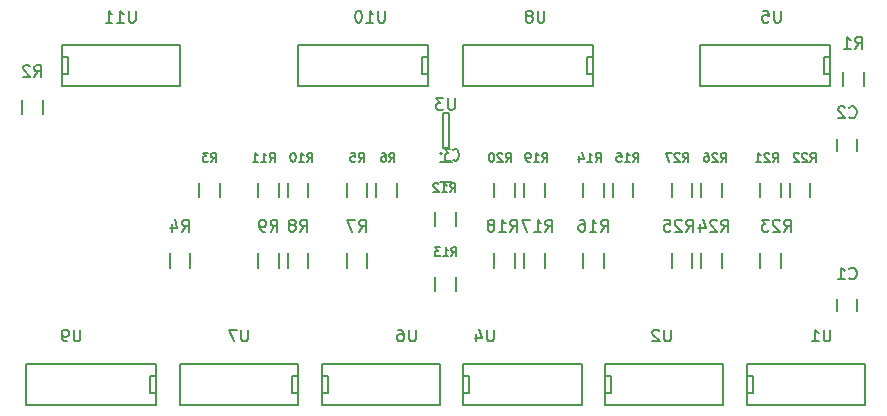
<source format=gbo>
G04 #@! TF.FileFunction,Legend,Bot*
%FSLAX46Y46*%
G04 Gerber Fmt 4.6, Leading zero omitted, Abs format (unit mm)*
G04 Created by KiCad (PCBNEW 4.0.4-1.fc25-product) date Thu Mar 23 23:17:18 2017*
%MOMM*%
%LPD*%
G01*
G04 APERTURE LIST*
%ADD10C,0.100000*%
%ADD11C,0.150000*%
G04 APERTURE END LIST*
D10*
D11*
X143375000Y-99600000D02*
X143375000Y-98400000D01*
X141625000Y-98400000D02*
X141625000Y-99600000D01*
X141625000Y-92400000D02*
X141625000Y-93600000D01*
X143375000Y-93600000D02*
X143375000Y-92400000D01*
X181000000Y-110250000D02*
X181000000Y-108750000D01*
X180500000Y-110250000D02*
X181000000Y-110250000D01*
X180500000Y-108750000D02*
X181000000Y-108750000D01*
X180500000Y-111250000D02*
X180500000Y-107750000D01*
X190500000Y-107750000D02*
X190500000Y-111250000D01*
X180500000Y-111250000D02*
X190500000Y-111250000D01*
X180500000Y-107750000D02*
X190500000Y-107750000D01*
X123000000Y-83250000D02*
X123000000Y-81750000D01*
X122500000Y-83250000D02*
X123000000Y-83250000D01*
X122500000Y-81750000D02*
X123000000Y-81750000D01*
X122500000Y-84250000D02*
X122500000Y-80750000D01*
X132500000Y-80750000D02*
X132500000Y-84250000D01*
X122500000Y-84250000D02*
X132500000Y-84250000D01*
X122500000Y-80750000D02*
X132500000Y-80750000D01*
X167000000Y-81750000D02*
X167000000Y-83250000D01*
X167500000Y-81750000D02*
X167000000Y-81750000D01*
X167500000Y-83250000D02*
X167000000Y-83250000D01*
X167500000Y-80750000D02*
X167500000Y-84250000D01*
X156500000Y-84250000D02*
X156500000Y-80750000D01*
X167500000Y-80750000D02*
X156500000Y-80750000D01*
X167500000Y-84250000D02*
X156500000Y-84250000D01*
X154500000Y-90650000D02*
X155500000Y-90650000D01*
X155500000Y-92350000D02*
X154500000Y-92350000D01*
X188625000Y-83000000D02*
X188625000Y-84200000D01*
X190375000Y-84200000D02*
X190375000Y-83000000D01*
X120875000Y-86600000D02*
X120875000Y-85400000D01*
X119125000Y-85400000D02*
X119125000Y-86600000D01*
X134125000Y-92400000D02*
X134125000Y-93600000D01*
X135875000Y-93600000D02*
X135875000Y-92400000D01*
X133375000Y-99600000D02*
X133375000Y-98400000D01*
X131625000Y-98400000D02*
X131625000Y-99600000D01*
X146625000Y-92400000D02*
X146625000Y-93600000D01*
X148375000Y-93600000D02*
X148375000Y-92400000D01*
X149125000Y-92400000D02*
X149125000Y-93600000D01*
X150875000Y-93600000D02*
X150875000Y-92400000D01*
X148375000Y-99600000D02*
X148375000Y-98400000D01*
X146625000Y-98400000D02*
X146625000Y-99600000D01*
X140875000Y-99600000D02*
X140875000Y-98400000D01*
X139125000Y-98400000D02*
X139125000Y-99600000D01*
X139125000Y-92400000D02*
X139125000Y-93600000D01*
X140875000Y-93600000D02*
X140875000Y-92400000D01*
X155875000Y-96100000D02*
X155875000Y-94900000D01*
X154125000Y-94900000D02*
X154125000Y-96100000D01*
X155875000Y-101600000D02*
X155875000Y-100400000D01*
X154125000Y-100400000D02*
X154125000Y-101600000D01*
X166625000Y-92400000D02*
X166625000Y-93600000D01*
X168375000Y-93600000D02*
X168375000Y-92400000D01*
X169125000Y-92400000D02*
X169125000Y-93600000D01*
X170875000Y-93600000D02*
X170875000Y-92400000D01*
X168375000Y-99600000D02*
X168375000Y-98400000D01*
X166625000Y-98400000D02*
X166625000Y-99600000D01*
X163375000Y-99600000D02*
X163375000Y-98400000D01*
X161625000Y-98400000D02*
X161625000Y-99600000D01*
X160875000Y-99600000D02*
X160875000Y-98400000D01*
X159125000Y-98400000D02*
X159125000Y-99600000D01*
X161625000Y-92400000D02*
X161625000Y-93600000D01*
X163375000Y-93600000D02*
X163375000Y-92400000D01*
X159125000Y-92400000D02*
X159125000Y-93600000D01*
X160875000Y-93600000D02*
X160875000Y-92400000D01*
X181625000Y-92400000D02*
X181625000Y-93600000D01*
X183375000Y-93600000D02*
X183375000Y-92400000D01*
X184125000Y-92400000D02*
X184125000Y-93600000D01*
X185875000Y-93600000D02*
X185875000Y-92400000D01*
X183375000Y-99600000D02*
X183375000Y-98400000D01*
X181625000Y-98400000D02*
X181625000Y-99600000D01*
X178375000Y-99600000D02*
X178375000Y-98400000D01*
X176625000Y-98400000D02*
X176625000Y-99600000D01*
X175875000Y-99600000D02*
X175875000Y-98400000D01*
X174125000Y-98400000D02*
X174125000Y-99600000D01*
X176625000Y-92400000D02*
X176625000Y-93600000D01*
X178375000Y-93600000D02*
X178375000Y-92400000D01*
X174125000Y-92400000D02*
X174125000Y-93600000D01*
X175875000Y-93600000D02*
X175875000Y-92400000D01*
X169000000Y-110250000D02*
X169000000Y-108750000D01*
X168500000Y-110250000D02*
X169000000Y-110250000D01*
X168500000Y-108750000D02*
X169000000Y-108750000D01*
X168500000Y-111250000D02*
X168500000Y-107750000D01*
X178500000Y-107750000D02*
X178500000Y-111250000D01*
X168500000Y-111250000D02*
X178500000Y-111250000D01*
X168500000Y-107750000D02*
X178500000Y-107750000D01*
X154700000Y-89950000D02*
G75*
G03X154700000Y-89950000I-100000J0D01*
G01*
X155250000Y-89450000D02*
X154750000Y-89450000D01*
X155250000Y-86550000D02*
X155250000Y-89450000D01*
X154750000Y-86550000D02*
X155250000Y-86550000D01*
X154750000Y-89450000D02*
X154750000Y-86550000D01*
X157000000Y-110250000D02*
X157000000Y-108750000D01*
X156500000Y-110250000D02*
X157000000Y-110250000D01*
X156500000Y-108750000D02*
X157000000Y-108750000D01*
X156500000Y-111250000D02*
X156500000Y-107750000D01*
X166500000Y-107750000D02*
X166500000Y-111250000D01*
X156500000Y-111250000D02*
X166500000Y-111250000D01*
X156500000Y-107750000D02*
X166500000Y-107750000D01*
X145000000Y-110250000D02*
X145000000Y-108750000D01*
X144500000Y-110250000D02*
X145000000Y-110250000D01*
X144500000Y-108750000D02*
X145000000Y-108750000D01*
X144500000Y-111250000D02*
X144500000Y-107750000D01*
X154500000Y-107750000D02*
X154500000Y-111250000D01*
X144500000Y-111250000D02*
X154500000Y-111250000D01*
X144500000Y-107750000D02*
X154500000Y-107750000D01*
X142000000Y-108750000D02*
X142000000Y-110250000D01*
X142500000Y-108750000D02*
X142000000Y-108750000D01*
X142500000Y-110250000D02*
X142000000Y-110250000D01*
X142500000Y-107750000D02*
X142500000Y-111250000D01*
X132500000Y-111250000D02*
X132500000Y-107750000D01*
X142500000Y-107750000D02*
X132500000Y-107750000D01*
X142500000Y-111250000D02*
X132500000Y-111250000D01*
X153000000Y-81750000D02*
X153000000Y-83250000D01*
X153500000Y-81750000D02*
X153000000Y-81750000D01*
X153500000Y-83250000D02*
X153000000Y-83250000D01*
X153500000Y-80750000D02*
X153500000Y-84250000D01*
X142500000Y-84250000D02*
X142500000Y-80750000D01*
X153500000Y-80750000D02*
X142500000Y-80750000D01*
X153500000Y-84250000D02*
X142500000Y-84250000D01*
X187000000Y-81750000D02*
X187000000Y-83250000D01*
X187500000Y-81750000D02*
X187000000Y-81750000D01*
X187500000Y-83250000D02*
X187000000Y-83250000D01*
X187500000Y-80750000D02*
X187500000Y-84250000D01*
X176500000Y-84250000D02*
X176500000Y-80750000D01*
X187500000Y-80750000D02*
X176500000Y-80750000D01*
X187500000Y-84250000D02*
X176500000Y-84250000D01*
X130000000Y-108750000D02*
X130000000Y-110250000D01*
X130500000Y-108750000D02*
X130000000Y-108750000D01*
X130500000Y-110250000D02*
X130000000Y-110250000D01*
X130500000Y-107750000D02*
X130500000Y-111250000D01*
X119500000Y-111250000D02*
X119500000Y-107750000D01*
X130500000Y-107750000D02*
X119500000Y-107750000D01*
X130500000Y-111250000D02*
X119500000Y-111250000D01*
X189850000Y-102290000D02*
X189850000Y-103290000D01*
X188150000Y-103290000D02*
X188150000Y-102290000D01*
X189850000Y-88710000D02*
X189850000Y-89710000D01*
X188150000Y-89710000D02*
X188150000Y-88710000D01*
X142666666Y-96552381D02*
X143000000Y-96076190D01*
X143238095Y-96552381D02*
X143238095Y-95552381D01*
X142857142Y-95552381D01*
X142761904Y-95600000D01*
X142714285Y-95647619D01*
X142666666Y-95742857D01*
X142666666Y-95885714D01*
X142714285Y-95980952D01*
X142761904Y-96028571D01*
X142857142Y-96076190D01*
X143238095Y-96076190D01*
X142095238Y-95980952D02*
X142190476Y-95933333D01*
X142238095Y-95885714D01*
X142285714Y-95790476D01*
X142285714Y-95742857D01*
X142238095Y-95647619D01*
X142190476Y-95600000D01*
X142095238Y-95552381D01*
X141904761Y-95552381D01*
X141809523Y-95600000D01*
X141761904Y-95647619D01*
X141714285Y-95742857D01*
X141714285Y-95790476D01*
X141761904Y-95885714D01*
X141809523Y-95933333D01*
X141904761Y-95980952D01*
X142095238Y-95980952D01*
X142190476Y-96028571D01*
X142238095Y-96076190D01*
X142285714Y-96171429D01*
X142285714Y-96361905D01*
X142238095Y-96457143D01*
X142190476Y-96504762D01*
X142095238Y-96552381D01*
X141904761Y-96552381D01*
X141809523Y-96504762D01*
X141761904Y-96457143D01*
X141714285Y-96361905D01*
X141714285Y-96171429D01*
X141761904Y-96076190D01*
X141809523Y-96028571D01*
X141904761Y-95980952D01*
X143282143Y-90639286D02*
X143532143Y-90282143D01*
X143710715Y-90639286D02*
X143710715Y-89889286D01*
X143425000Y-89889286D01*
X143353572Y-89925000D01*
X143317857Y-89960714D01*
X143282143Y-90032143D01*
X143282143Y-90139286D01*
X143317857Y-90210714D01*
X143353572Y-90246429D01*
X143425000Y-90282143D01*
X143710715Y-90282143D01*
X142567857Y-90639286D02*
X142996429Y-90639286D01*
X142782143Y-90639286D02*
X142782143Y-89889286D01*
X142853572Y-89996429D01*
X142925000Y-90067857D01*
X142996429Y-90103571D01*
X142103571Y-89889286D02*
X142032143Y-89889286D01*
X141960714Y-89925000D01*
X141925000Y-89960714D01*
X141889286Y-90032143D01*
X141853571Y-90175000D01*
X141853571Y-90353571D01*
X141889286Y-90496429D01*
X141925000Y-90567857D01*
X141960714Y-90603571D01*
X142032143Y-90639286D01*
X142103571Y-90639286D01*
X142175000Y-90603571D01*
X142210714Y-90567857D01*
X142246429Y-90496429D01*
X142282143Y-90353571D01*
X142282143Y-90175000D01*
X142246429Y-90032143D01*
X142210714Y-89960714D01*
X142175000Y-89925000D01*
X142103571Y-89889286D01*
X187561905Y-104852381D02*
X187561905Y-105661905D01*
X187514286Y-105757143D01*
X187466667Y-105804762D01*
X187371429Y-105852381D01*
X187180952Y-105852381D01*
X187085714Y-105804762D01*
X187038095Y-105757143D01*
X186990476Y-105661905D01*
X186990476Y-104852381D01*
X185990476Y-105852381D02*
X186561905Y-105852381D01*
X186276191Y-105852381D02*
X186276191Y-104852381D01*
X186371429Y-104995238D01*
X186466667Y-105090476D01*
X186561905Y-105138095D01*
X128738095Y-77852381D02*
X128738095Y-78661905D01*
X128690476Y-78757143D01*
X128642857Y-78804762D01*
X128547619Y-78852381D01*
X128357142Y-78852381D01*
X128261904Y-78804762D01*
X128214285Y-78757143D01*
X128166666Y-78661905D01*
X128166666Y-77852381D01*
X127166666Y-78852381D02*
X127738095Y-78852381D01*
X127452381Y-78852381D02*
X127452381Y-77852381D01*
X127547619Y-77995238D01*
X127642857Y-78090476D01*
X127738095Y-78138095D01*
X126214285Y-78852381D02*
X126785714Y-78852381D01*
X126500000Y-78852381D02*
X126500000Y-77852381D01*
X126595238Y-77995238D01*
X126690476Y-78090476D01*
X126785714Y-78138095D01*
X163361905Y-77852381D02*
X163361905Y-78661905D01*
X163314286Y-78757143D01*
X163266667Y-78804762D01*
X163171429Y-78852381D01*
X162980952Y-78852381D01*
X162885714Y-78804762D01*
X162838095Y-78757143D01*
X162790476Y-78661905D01*
X162790476Y-77852381D01*
X162171429Y-78280952D02*
X162266667Y-78233333D01*
X162314286Y-78185714D01*
X162361905Y-78090476D01*
X162361905Y-78042857D01*
X162314286Y-77947619D01*
X162266667Y-77900000D01*
X162171429Y-77852381D01*
X161980952Y-77852381D01*
X161885714Y-77900000D01*
X161838095Y-77947619D01*
X161790476Y-78042857D01*
X161790476Y-78090476D01*
X161838095Y-78185714D01*
X161885714Y-78233333D01*
X161980952Y-78280952D01*
X162171429Y-78280952D01*
X162266667Y-78328571D01*
X162314286Y-78376190D01*
X162361905Y-78471429D01*
X162361905Y-78661905D01*
X162314286Y-78757143D01*
X162266667Y-78804762D01*
X162171429Y-78852381D01*
X161980952Y-78852381D01*
X161885714Y-78804762D01*
X161838095Y-78757143D01*
X161790476Y-78661905D01*
X161790476Y-78471429D01*
X161838095Y-78376190D01*
X161885714Y-78328571D01*
X161980952Y-78280952D01*
X155625000Y-90457143D02*
X155660714Y-90504762D01*
X155767857Y-90552381D01*
X155839286Y-90552381D01*
X155946429Y-90504762D01*
X156017857Y-90409524D01*
X156053572Y-90314286D01*
X156089286Y-90123810D01*
X156089286Y-89980952D01*
X156053572Y-89790476D01*
X156017857Y-89695238D01*
X155946429Y-89600000D01*
X155839286Y-89552381D01*
X155767857Y-89552381D01*
X155660714Y-89600000D01*
X155625000Y-89647619D01*
X155375000Y-89552381D02*
X154910714Y-89552381D01*
X155160714Y-89933333D01*
X155053572Y-89933333D01*
X154982143Y-89980952D01*
X154946429Y-90028571D01*
X154910714Y-90123810D01*
X154910714Y-90361905D01*
X154946429Y-90457143D01*
X154982143Y-90504762D01*
X155053572Y-90552381D01*
X155267857Y-90552381D01*
X155339286Y-90504762D01*
X155375000Y-90457143D01*
X189666666Y-81052381D02*
X190000000Y-80576190D01*
X190238095Y-81052381D02*
X190238095Y-80052381D01*
X189857142Y-80052381D01*
X189761904Y-80100000D01*
X189714285Y-80147619D01*
X189666666Y-80242857D01*
X189666666Y-80385714D01*
X189714285Y-80480952D01*
X189761904Y-80528571D01*
X189857142Y-80576190D01*
X190238095Y-80576190D01*
X188714285Y-81052381D02*
X189285714Y-81052381D01*
X189000000Y-81052381D02*
X189000000Y-80052381D01*
X189095238Y-80195238D01*
X189190476Y-80290476D01*
X189285714Y-80338095D01*
X120166666Y-83452381D02*
X120500000Y-82976190D01*
X120738095Y-83452381D02*
X120738095Y-82452381D01*
X120357142Y-82452381D01*
X120261904Y-82500000D01*
X120214285Y-82547619D01*
X120166666Y-82642857D01*
X120166666Y-82785714D01*
X120214285Y-82880952D01*
X120261904Y-82928571D01*
X120357142Y-82976190D01*
X120738095Y-82976190D01*
X119785714Y-82547619D02*
X119738095Y-82500000D01*
X119642857Y-82452381D01*
X119404761Y-82452381D01*
X119309523Y-82500000D01*
X119261904Y-82547619D01*
X119214285Y-82642857D01*
X119214285Y-82738095D01*
X119261904Y-82880952D01*
X119833333Y-83452381D01*
X119214285Y-83452381D01*
X135125000Y-90639286D02*
X135375000Y-90282143D01*
X135553572Y-90639286D02*
X135553572Y-89889286D01*
X135267857Y-89889286D01*
X135196429Y-89925000D01*
X135160714Y-89960714D01*
X135125000Y-90032143D01*
X135125000Y-90139286D01*
X135160714Y-90210714D01*
X135196429Y-90246429D01*
X135267857Y-90282143D01*
X135553572Y-90282143D01*
X134875000Y-89889286D02*
X134410714Y-89889286D01*
X134660714Y-90175000D01*
X134553572Y-90175000D01*
X134482143Y-90210714D01*
X134446429Y-90246429D01*
X134410714Y-90317857D01*
X134410714Y-90496429D01*
X134446429Y-90567857D01*
X134482143Y-90603571D01*
X134553572Y-90639286D01*
X134767857Y-90639286D01*
X134839286Y-90603571D01*
X134875000Y-90567857D01*
X132666666Y-96552381D02*
X133000000Y-96076190D01*
X133238095Y-96552381D02*
X133238095Y-95552381D01*
X132857142Y-95552381D01*
X132761904Y-95600000D01*
X132714285Y-95647619D01*
X132666666Y-95742857D01*
X132666666Y-95885714D01*
X132714285Y-95980952D01*
X132761904Y-96028571D01*
X132857142Y-96076190D01*
X133238095Y-96076190D01*
X131809523Y-95885714D02*
X131809523Y-96552381D01*
X132047619Y-95504762D02*
X132285714Y-96219048D01*
X131666666Y-96219048D01*
X147625000Y-90639286D02*
X147875000Y-90282143D01*
X148053572Y-90639286D02*
X148053572Y-89889286D01*
X147767857Y-89889286D01*
X147696429Y-89925000D01*
X147660714Y-89960714D01*
X147625000Y-90032143D01*
X147625000Y-90139286D01*
X147660714Y-90210714D01*
X147696429Y-90246429D01*
X147767857Y-90282143D01*
X148053572Y-90282143D01*
X146946429Y-89889286D02*
X147303572Y-89889286D01*
X147339286Y-90246429D01*
X147303572Y-90210714D01*
X147232143Y-90175000D01*
X147053572Y-90175000D01*
X146982143Y-90210714D01*
X146946429Y-90246429D01*
X146910714Y-90317857D01*
X146910714Y-90496429D01*
X146946429Y-90567857D01*
X146982143Y-90603571D01*
X147053572Y-90639286D01*
X147232143Y-90639286D01*
X147303572Y-90603571D01*
X147339286Y-90567857D01*
X150225000Y-90639286D02*
X150475000Y-90282143D01*
X150653572Y-90639286D02*
X150653572Y-89889286D01*
X150367857Y-89889286D01*
X150296429Y-89925000D01*
X150260714Y-89960714D01*
X150225000Y-90032143D01*
X150225000Y-90139286D01*
X150260714Y-90210714D01*
X150296429Y-90246429D01*
X150367857Y-90282143D01*
X150653572Y-90282143D01*
X149582143Y-89889286D02*
X149725000Y-89889286D01*
X149796429Y-89925000D01*
X149832143Y-89960714D01*
X149903572Y-90067857D01*
X149939286Y-90210714D01*
X149939286Y-90496429D01*
X149903572Y-90567857D01*
X149867857Y-90603571D01*
X149796429Y-90639286D01*
X149653572Y-90639286D01*
X149582143Y-90603571D01*
X149546429Y-90567857D01*
X149510714Y-90496429D01*
X149510714Y-90317857D01*
X149546429Y-90246429D01*
X149582143Y-90210714D01*
X149653572Y-90175000D01*
X149796429Y-90175000D01*
X149867857Y-90210714D01*
X149903572Y-90246429D01*
X149939286Y-90317857D01*
X147666666Y-96552381D02*
X148000000Y-96076190D01*
X148238095Y-96552381D02*
X148238095Y-95552381D01*
X147857142Y-95552381D01*
X147761904Y-95600000D01*
X147714285Y-95647619D01*
X147666666Y-95742857D01*
X147666666Y-95885714D01*
X147714285Y-95980952D01*
X147761904Y-96028571D01*
X147857142Y-96076190D01*
X148238095Y-96076190D01*
X147333333Y-95552381D02*
X146666666Y-95552381D01*
X147095238Y-96552381D01*
X140166666Y-96552381D02*
X140500000Y-96076190D01*
X140738095Y-96552381D02*
X140738095Y-95552381D01*
X140357142Y-95552381D01*
X140261904Y-95600000D01*
X140214285Y-95647619D01*
X140166666Y-95742857D01*
X140166666Y-95885714D01*
X140214285Y-95980952D01*
X140261904Y-96028571D01*
X140357142Y-96076190D01*
X140738095Y-96076190D01*
X139690476Y-96552381D02*
X139500000Y-96552381D01*
X139404761Y-96504762D01*
X139357142Y-96457143D01*
X139261904Y-96314286D01*
X139214285Y-96123810D01*
X139214285Y-95742857D01*
X139261904Y-95647619D01*
X139309523Y-95600000D01*
X139404761Y-95552381D01*
X139595238Y-95552381D01*
X139690476Y-95600000D01*
X139738095Y-95647619D01*
X139785714Y-95742857D01*
X139785714Y-95980952D01*
X139738095Y-96076190D01*
X139690476Y-96123810D01*
X139595238Y-96171429D01*
X139404761Y-96171429D01*
X139309523Y-96123810D01*
X139261904Y-96076190D01*
X139214285Y-95980952D01*
X140082143Y-90639286D02*
X140332143Y-90282143D01*
X140510715Y-90639286D02*
X140510715Y-89889286D01*
X140225000Y-89889286D01*
X140153572Y-89925000D01*
X140117857Y-89960714D01*
X140082143Y-90032143D01*
X140082143Y-90139286D01*
X140117857Y-90210714D01*
X140153572Y-90246429D01*
X140225000Y-90282143D01*
X140510715Y-90282143D01*
X139367857Y-90639286D02*
X139796429Y-90639286D01*
X139582143Y-90639286D02*
X139582143Y-89889286D01*
X139653572Y-89996429D01*
X139725000Y-90067857D01*
X139796429Y-90103571D01*
X138653571Y-90639286D02*
X139082143Y-90639286D01*
X138867857Y-90639286D02*
X138867857Y-89889286D01*
X138939286Y-89996429D01*
X139010714Y-90067857D01*
X139082143Y-90103571D01*
X155382143Y-93189286D02*
X155632143Y-92832143D01*
X155810715Y-93189286D02*
X155810715Y-92439286D01*
X155525000Y-92439286D01*
X155453572Y-92475000D01*
X155417857Y-92510714D01*
X155382143Y-92582143D01*
X155382143Y-92689286D01*
X155417857Y-92760714D01*
X155453572Y-92796429D01*
X155525000Y-92832143D01*
X155810715Y-92832143D01*
X154667857Y-93189286D02*
X155096429Y-93189286D01*
X154882143Y-93189286D02*
X154882143Y-92439286D01*
X154953572Y-92546429D01*
X155025000Y-92617857D01*
X155096429Y-92653571D01*
X154382143Y-92510714D02*
X154346429Y-92475000D01*
X154275000Y-92439286D01*
X154096429Y-92439286D01*
X154025000Y-92475000D01*
X153989286Y-92510714D01*
X153953571Y-92582143D01*
X153953571Y-92653571D01*
X153989286Y-92760714D01*
X154417857Y-93189286D01*
X153953571Y-93189286D01*
X155482143Y-98639286D02*
X155732143Y-98282143D01*
X155910715Y-98639286D02*
X155910715Y-97889286D01*
X155625000Y-97889286D01*
X155553572Y-97925000D01*
X155517857Y-97960714D01*
X155482143Y-98032143D01*
X155482143Y-98139286D01*
X155517857Y-98210714D01*
X155553572Y-98246429D01*
X155625000Y-98282143D01*
X155910715Y-98282143D01*
X154767857Y-98639286D02*
X155196429Y-98639286D01*
X154982143Y-98639286D02*
X154982143Y-97889286D01*
X155053572Y-97996429D01*
X155125000Y-98067857D01*
X155196429Y-98103571D01*
X154517857Y-97889286D02*
X154053571Y-97889286D01*
X154303571Y-98175000D01*
X154196429Y-98175000D01*
X154125000Y-98210714D01*
X154089286Y-98246429D01*
X154053571Y-98317857D01*
X154053571Y-98496429D01*
X154089286Y-98567857D01*
X154125000Y-98603571D01*
X154196429Y-98639286D01*
X154410714Y-98639286D01*
X154482143Y-98603571D01*
X154517857Y-98567857D01*
X167682143Y-90639286D02*
X167932143Y-90282143D01*
X168110715Y-90639286D02*
X168110715Y-89889286D01*
X167825000Y-89889286D01*
X167753572Y-89925000D01*
X167717857Y-89960714D01*
X167682143Y-90032143D01*
X167682143Y-90139286D01*
X167717857Y-90210714D01*
X167753572Y-90246429D01*
X167825000Y-90282143D01*
X168110715Y-90282143D01*
X166967857Y-90639286D02*
X167396429Y-90639286D01*
X167182143Y-90639286D02*
X167182143Y-89889286D01*
X167253572Y-89996429D01*
X167325000Y-90067857D01*
X167396429Y-90103571D01*
X166325000Y-90139286D02*
X166325000Y-90639286D01*
X166503571Y-89853571D02*
X166682143Y-90389286D01*
X166217857Y-90389286D01*
X170882143Y-90639286D02*
X171132143Y-90282143D01*
X171310715Y-90639286D02*
X171310715Y-89889286D01*
X171025000Y-89889286D01*
X170953572Y-89925000D01*
X170917857Y-89960714D01*
X170882143Y-90032143D01*
X170882143Y-90139286D01*
X170917857Y-90210714D01*
X170953572Y-90246429D01*
X171025000Y-90282143D01*
X171310715Y-90282143D01*
X170167857Y-90639286D02*
X170596429Y-90639286D01*
X170382143Y-90639286D02*
X170382143Y-89889286D01*
X170453572Y-89996429D01*
X170525000Y-90067857D01*
X170596429Y-90103571D01*
X169489286Y-89889286D02*
X169846429Y-89889286D01*
X169882143Y-90246429D01*
X169846429Y-90210714D01*
X169775000Y-90175000D01*
X169596429Y-90175000D01*
X169525000Y-90210714D01*
X169489286Y-90246429D01*
X169453571Y-90317857D01*
X169453571Y-90496429D01*
X169489286Y-90567857D01*
X169525000Y-90603571D01*
X169596429Y-90639286D01*
X169775000Y-90639286D01*
X169846429Y-90603571D01*
X169882143Y-90567857D01*
X168142857Y-96552381D02*
X168476191Y-96076190D01*
X168714286Y-96552381D02*
X168714286Y-95552381D01*
X168333333Y-95552381D01*
X168238095Y-95600000D01*
X168190476Y-95647619D01*
X168142857Y-95742857D01*
X168142857Y-95885714D01*
X168190476Y-95980952D01*
X168238095Y-96028571D01*
X168333333Y-96076190D01*
X168714286Y-96076190D01*
X167190476Y-96552381D02*
X167761905Y-96552381D01*
X167476191Y-96552381D02*
X167476191Y-95552381D01*
X167571429Y-95695238D01*
X167666667Y-95790476D01*
X167761905Y-95838095D01*
X166333333Y-95552381D02*
X166523810Y-95552381D01*
X166619048Y-95600000D01*
X166666667Y-95647619D01*
X166761905Y-95790476D01*
X166809524Y-95980952D01*
X166809524Y-96361905D01*
X166761905Y-96457143D01*
X166714286Y-96504762D01*
X166619048Y-96552381D01*
X166428571Y-96552381D01*
X166333333Y-96504762D01*
X166285714Y-96457143D01*
X166238095Y-96361905D01*
X166238095Y-96123810D01*
X166285714Y-96028571D01*
X166333333Y-95980952D01*
X166428571Y-95933333D01*
X166619048Y-95933333D01*
X166714286Y-95980952D01*
X166761905Y-96028571D01*
X166809524Y-96123810D01*
X163442857Y-96552381D02*
X163776191Y-96076190D01*
X164014286Y-96552381D02*
X164014286Y-95552381D01*
X163633333Y-95552381D01*
X163538095Y-95600000D01*
X163490476Y-95647619D01*
X163442857Y-95742857D01*
X163442857Y-95885714D01*
X163490476Y-95980952D01*
X163538095Y-96028571D01*
X163633333Y-96076190D01*
X164014286Y-96076190D01*
X162490476Y-96552381D02*
X163061905Y-96552381D01*
X162776191Y-96552381D02*
X162776191Y-95552381D01*
X162871429Y-95695238D01*
X162966667Y-95790476D01*
X163061905Y-95838095D01*
X162157143Y-95552381D02*
X161490476Y-95552381D01*
X161919048Y-96552381D01*
X160442857Y-96552381D02*
X160776191Y-96076190D01*
X161014286Y-96552381D02*
X161014286Y-95552381D01*
X160633333Y-95552381D01*
X160538095Y-95600000D01*
X160490476Y-95647619D01*
X160442857Y-95742857D01*
X160442857Y-95885714D01*
X160490476Y-95980952D01*
X160538095Y-96028571D01*
X160633333Y-96076190D01*
X161014286Y-96076190D01*
X159490476Y-96552381D02*
X160061905Y-96552381D01*
X159776191Y-96552381D02*
X159776191Y-95552381D01*
X159871429Y-95695238D01*
X159966667Y-95790476D01*
X160061905Y-95838095D01*
X158919048Y-95980952D02*
X159014286Y-95933333D01*
X159061905Y-95885714D01*
X159109524Y-95790476D01*
X159109524Y-95742857D01*
X159061905Y-95647619D01*
X159014286Y-95600000D01*
X158919048Y-95552381D01*
X158728571Y-95552381D01*
X158633333Y-95600000D01*
X158585714Y-95647619D01*
X158538095Y-95742857D01*
X158538095Y-95790476D01*
X158585714Y-95885714D01*
X158633333Y-95933333D01*
X158728571Y-95980952D01*
X158919048Y-95980952D01*
X159014286Y-96028571D01*
X159061905Y-96076190D01*
X159109524Y-96171429D01*
X159109524Y-96361905D01*
X159061905Y-96457143D01*
X159014286Y-96504762D01*
X158919048Y-96552381D01*
X158728571Y-96552381D01*
X158633333Y-96504762D01*
X158585714Y-96457143D01*
X158538095Y-96361905D01*
X158538095Y-96171429D01*
X158585714Y-96076190D01*
X158633333Y-96028571D01*
X158728571Y-95980952D01*
X163182143Y-90639286D02*
X163432143Y-90282143D01*
X163610715Y-90639286D02*
X163610715Y-89889286D01*
X163325000Y-89889286D01*
X163253572Y-89925000D01*
X163217857Y-89960714D01*
X163182143Y-90032143D01*
X163182143Y-90139286D01*
X163217857Y-90210714D01*
X163253572Y-90246429D01*
X163325000Y-90282143D01*
X163610715Y-90282143D01*
X162467857Y-90639286D02*
X162896429Y-90639286D01*
X162682143Y-90639286D02*
X162682143Y-89889286D01*
X162753572Y-89996429D01*
X162825000Y-90067857D01*
X162896429Y-90103571D01*
X162110714Y-90639286D02*
X161967857Y-90639286D01*
X161896429Y-90603571D01*
X161860714Y-90567857D01*
X161789286Y-90460714D01*
X161753571Y-90317857D01*
X161753571Y-90032143D01*
X161789286Y-89960714D01*
X161825000Y-89925000D01*
X161896429Y-89889286D01*
X162039286Y-89889286D01*
X162110714Y-89925000D01*
X162146429Y-89960714D01*
X162182143Y-90032143D01*
X162182143Y-90210714D01*
X162146429Y-90282143D01*
X162110714Y-90317857D01*
X162039286Y-90353571D01*
X161896429Y-90353571D01*
X161825000Y-90317857D01*
X161789286Y-90282143D01*
X161753571Y-90210714D01*
X160082143Y-90639286D02*
X160332143Y-90282143D01*
X160510715Y-90639286D02*
X160510715Y-89889286D01*
X160225000Y-89889286D01*
X160153572Y-89925000D01*
X160117857Y-89960714D01*
X160082143Y-90032143D01*
X160082143Y-90139286D01*
X160117857Y-90210714D01*
X160153572Y-90246429D01*
X160225000Y-90282143D01*
X160510715Y-90282143D01*
X159796429Y-89960714D02*
X159760715Y-89925000D01*
X159689286Y-89889286D01*
X159510715Y-89889286D01*
X159439286Y-89925000D01*
X159403572Y-89960714D01*
X159367857Y-90032143D01*
X159367857Y-90103571D01*
X159403572Y-90210714D01*
X159832143Y-90639286D01*
X159367857Y-90639286D01*
X158903571Y-89889286D02*
X158832143Y-89889286D01*
X158760714Y-89925000D01*
X158725000Y-89960714D01*
X158689286Y-90032143D01*
X158653571Y-90175000D01*
X158653571Y-90353571D01*
X158689286Y-90496429D01*
X158725000Y-90567857D01*
X158760714Y-90603571D01*
X158832143Y-90639286D01*
X158903571Y-90639286D01*
X158975000Y-90603571D01*
X159010714Y-90567857D01*
X159046429Y-90496429D01*
X159082143Y-90353571D01*
X159082143Y-90175000D01*
X159046429Y-90032143D01*
X159010714Y-89960714D01*
X158975000Y-89925000D01*
X158903571Y-89889286D01*
X182682143Y-90639286D02*
X182932143Y-90282143D01*
X183110715Y-90639286D02*
X183110715Y-89889286D01*
X182825000Y-89889286D01*
X182753572Y-89925000D01*
X182717857Y-89960714D01*
X182682143Y-90032143D01*
X182682143Y-90139286D01*
X182717857Y-90210714D01*
X182753572Y-90246429D01*
X182825000Y-90282143D01*
X183110715Y-90282143D01*
X182396429Y-89960714D02*
X182360715Y-89925000D01*
X182289286Y-89889286D01*
X182110715Y-89889286D01*
X182039286Y-89925000D01*
X182003572Y-89960714D01*
X181967857Y-90032143D01*
X181967857Y-90103571D01*
X182003572Y-90210714D01*
X182432143Y-90639286D01*
X181967857Y-90639286D01*
X181253571Y-90639286D02*
X181682143Y-90639286D01*
X181467857Y-90639286D02*
X181467857Y-89889286D01*
X181539286Y-89996429D01*
X181610714Y-90067857D01*
X181682143Y-90103571D01*
X185882143Y-90639286D02*
X186132143Y-90282143D01*
X186310715Y-90639286D02*
X186310715Y-89889286D01*
X186025000Y-89889286D01*
X185953572Y-89925000D01*
X185917857Y-89960714D01*
X185882143Y-90032143D01*
X185882143Y-90139286D01*
X185917857Y-90210714D01*
X185953572Y-90246429D01*
X186025000Y-90282143D01*
X186310715Y-90282143D01*
X185596429Y-89960714D02*
X185560715Y-89925000D01*
X185489286Y-89889286D01*
X185310715Y-89889286D01*
X185239286Y-89925000D01*
X185203572Y-89960714D01*
X185167857Y-90032143D01*
X185167857Y-90103571D01*
X185203572Y-90210714D01*
X185632143Y-90639286D01*
X185167857Y-90639286D01*
X184882143Y-89960714D02*
X184846429Y-89925000D01*
X184775000Y-89889286D01*
X184596429Y-89889286D01*
X184525000Y-89925000D01*
X184489286Y-89960714D01*
X184453571Y-90032143D01*
X184453571Y-90103571D01*
X184489286Y-90210714D01*
X184917857Y-90639286D01*
X184453571Y-90639286D01*
X183642857Y-96552381D02*
X183976191Y-96076190D01*
X184214286Y-96552381D02*
X184214286Y-95552381D01*
X183833333Y-95552381D01*
X183738095Y-95600000D01*
X183690476Y-95647619D01*
X183642857Y-95742857D01*
X183642857Y-95885714D01*
X183690476Y-95980952D01*
X183738095Y-96028571D01*
X183833333Y-96076190D01*
X184214286Y-96076190D01*
X183261905Y-95647619D02*
X183214286Y-95600000D01*
X183119048Y-95552381D01*
X182880952Y-95552381D01*
X182785714Y-95600000D01*
X182738095Y-95647619D01*
X182690476Y-95742857D01*
X182690476Y-95838095D01*
X182738095Y-95980952D01*
X183309524Y-96552381D01*
X182690476Y-96552381D01*
X182357143Y-95552381D02*
X181738095Y-95552381D01*
X182071429Y-95933333D01*
X181928571Y-95933333D01*
X181833333Y-95980952D01*
X181785714Y-96028571D01*
X181738095Y-96123810D01*
X181738095Y-96361905D01*
X181785714Y-96457143D01*
X181833333Y-96504762D01*
X181928571Y-96552381D01*
X182214286Y-96552381D01*
X182309524Y-96504762D01*
X182357143Y-96457143D01*
X178342857Y-96552381D02*
X178676191Y-96076190D01*
X178914286Y-96552381D02*
X178914286Y-95552381D01*
X178533333Y-95552381D01*
X178438095Y-95600000D01*
X178390476Y-95647619D01*
X178342857Y-95742857D01*
X178342857Y-95885714D01*
X178390476Y-95980952D01*
X178438095Y-96028571D01*
X178533333Y-96076190D01*
X178914286Y-96076190D01*
X177961905Y-95647619D02*
X177914286Y-95600000D01*
X177819048Y-95552381D01*
X177580952Y-95552381D01*
X177485714Y-95600000D01*
X177438095Y-95647619D01*
X177390476Y-95742857D01*
X177390476Y-95838095D01*
X177438095Y-95980952D01*
X178009524Y-96552381D01*
X177390476Y-96552381D01*
X176533333Y-95885714D02*
X176533333Y-96552381D01*
X176771429Y-95504762D02*
X177009524Y-96219048D01*
X176390476Y-96219048D01*
X175342857Y-96552381D02*
X175676191Y-96076190D01*
X175914286Y-96552381D02*
X175914286Y-95552381D01*
X175533333Y-95552381D01*
X175438095Y-95600000D01*
X175390476Y-95647619D01*
X175342857Y-95742857D01*
X175342857Y-95885714D01*
X175390476Y-95980952D01*
X175438095Y-96028571D01*
X175533333Y-96076190D01*
X175914286Y-96076190D01*
X174961905Y-95647619D02*
X174914286Y-95600000D01*
X174819048Y-95552381D01*
X174580952Y-95552381D01*
X174485714Y-95600000D01*
X174438095Y-95647619D01*
X174390476Y-95742857D01*
X174390476Y-95838095D01*
X174438095Y-95980952D01*
X175009524Y-96552381D01*
X174390476Y-96552381D01*
X173485714Y-95552381D02*
X173961905Y-95552381D01*
X174009524Y-96028571D01*
X173961905Y-95980952D01*
X173866667Y-95933333D01*
X173628571Y-95933333D01*
X173533333Y-95980952D01*
X173485714Y-96028571D01*
X173438095Y-96123810D01*
X173438095Y-96361905D01*
X173485714Y-96457143D01*
X173533333Y-96504762D01*
X173628571Y-96552381D01*
X173866667Y-96552381D01*
X173961905Y-96504762D01*
X174009524Y-96457143D01*
X178282143Y-90639286D02*
X178532143Y-90282143D01*
X178710715Y-90639286D02*
X178710715Y-89889286D01*
X178425000Y-89889286D01*
X178353572Y-89925000D01*
X178317857Y-89960714D01*
X178282143Y-90032143D01*
X178282143Y-90139286D01*
X178317857Y-90210714D01*
X178353572Y-90246429D01*
X178425000Y-90282143D01*
X178710715Y-90282143D01*
X177996429Y-89960714D02*
X177960715Y-89925000D01*
X177889286Y-89889286D01*
X177710715Y-89889286D01*
X177639286Y-89925000D01*
X177603572Y-89960714D01*
X177567857Y-90032143D01*
X177567857Y-90103571D01*
X177603572Y-90210714D01*
X178032143Y-90639286D01*
X177567857Y-90639286D01*
X176925000Y-89889286D02*
X177067857Y-89889286D01*
X177139286Y-89925000D01*
X177175000Y-89960714D01*
X177246429Y-90067857D01*
X177282143Y-90210714D01*
X177282143Y-90496429D01*
X177246429Y-90567857D01*
X177210714Y-90603571D01*
X177139286Y-90639286D01*
X176996429Y-90639286D01*
X176925000Y-90603571D01*
X176889286Y-90567857D01*
X176853571Y-90496429D01*
X176853571Y-90317857D01*
X176889286Y-90246429D01*
X176925000Y-90210714D01*
X176996429Y-90175000D01*
X177139286Y-90175000D01*
X177210714Y-90210714D01*
X177246429Y-90246429D01*
X177282143Y-90317857D01*
X175082143Y-90639286D02*
X175332143Y-90282143D01*
X175510715Y-90639286D02*
X175510715Y-89889286D01*
X175225000Y-89889286D01*
X175153572Y-89925000D01*
X175117857Y-89960714D01*
X175082143Y-90032143D01*
X175082143Y-90139286D01*
X175117857Y-90210714D01*
X175153572Y-90246429D01*
X175225000Y-90282143D01*
X175510715Y-90282143D01*
X174796429Y-89960714D02*
X174760715Y-89925000D01*
X174689286Y-89889286D01*
X174510715Y-89889286D01*
X174439286Y-89925000D01*
X174403572Y-89960714D01*
X174367857Y-90032143D01*
X174367857Y-90103571D01*
X174403572Y-90210714D01*
X174832143Y-90639286D01*
X174367857Y-90639286D01*
X174117857Y-89889286D02*
X173617857Y-89889286D01*
X173939286Y-90639286D01*
X174061905Y-104852381D02*
X174061905Y-105661905D01*
X174014286Y-105757143D01*
X173966667Y-105804762D01*
X173871429Y-105852381D01*
X173680952Y-105852381D01*
X173585714Y-105804762D01*
X173538095Y-105757143D01*
X173490476Y-105661905D01*
X173490476Y-104852381D01*
X173061905Y-104947619D02*
X173014286Y-104900000D01*
X172919048Y-104852381D01*
X172680952Y-104852381D01*
X172585714Y-104900000D01*
X172538095Y-104947619D01*
X172490476Y-105042857D01*
X172490476Y-105138095D01*
X172538095Y-105280952D01*
X173109524Y-105852381D01*
X172490476Y-105852381D01*
X155761905Y-85252381D02*
X155761905Y-86061905D01*
X155714286Y-86157143D01*
X155666667Y-86204762D01*
X155571429Y-86252381D01*
X155380952Y-86252381D01*
X155285714Y-86204762D01*
X155238095Y-86157143D01*
X155190476Y-86061905D01*
X155190476Y-85252381D01*
X154809524Y-85252381D02*
X154190476Y-85252381D01*
X154523810Y-85633333D01*
X154380952Y-85633333D01*
X154285714Y-85680952D01*
X154238095Y-85728571D01*
X154190476Y-85823810D01*
X154190476Y-86061905D01*
X154238095Y-86157143D01*
X154285714Y-86204762D01*
X154380952Y-86252381D01*
X154666667Y-86252381D01*
X154761905Y-86204762D01*
X154809524Y-86157143D01*
X159061905Y-104852381D02*
X159061905Y-105661905D01*
X159014286Y-105757143D01*
X158966667Y-105804762D01*
X158871429Y-105852381D01*
X158680952Y-105852381D01*
X158585714Y-105804762D01*
X158538095Y-105757143D01*
X158490476Y-105661905D01*
X158490476Y-104852381D01*
X157585714Y-105185714D02*
X157585714Y-105852381D01*
X157823810Y-104804762D02*
X158061905Y-105519048D01*
X157442857Y-105519048D01*
X152461905Y-104852381D02*
X152461905Y-105661905D01*
X152414286Y-105757143D01*
X152366667Y-105804762D01*
X152271429Y-105852381D01*
X152080952Y-105852381D01*
X151985714Y-105804762D01*
X151938095Y-105757143D01*
X151890476Y-105661905D01*
X151890476Y-104852381D01*
X150985714Y-104852381D02*
X151176191Y-104852381D01*
X151271429Y-104900000D01*
X151319048Y-104947619D01*
X151414286Y-105090476D01*
X151461905Y-105280952D01*
X151461905Y-105661905D01*
X151414286Y-105757143D01*
X151366667Y-105804762D01*
X151271429Y-105852381D01*
X151080952Y-105852381D01*
X150985714Y-105804762D01*
X150938095Y-105757143D01*
X150890476Y-105661905D01*
X150890476Y-105423810D01*
X150938095Y-105328571D01*
X150985714Y-105280952D01*
X151080952Y-105233333D01*
X151271429Y-105233333D01*
X151366667Y-105280952D01*
X151414286Y-105328571D01*
X151461905Y-105423810D01*
X138261905Y-104852381D02*
X138261905Y-105661905D01*
X138214286Y-105757143D01*
X138166667Y-105804762D01*
X138071429Y-105852381D01*
X137880952Y-105852381D01*
X137785714Y-105804762D01*
X137738095Y-105757143D01*
X137690476Y-105661905D01*
X137690476Y-104852381D01*
X137309524Y-104852381D02*
X136642857Y-104852381D01*
X137071429Y-105852381D01*
X149838095Y-77852381D02*
X149838095Y-78661905D01*
X149790476Y-78757143D01*
X149742857Y-78804762D01*
X149647619Y-78852381D01*
X149457142Y-78852381D01*
X149361904Y-78804762D01*
X149314285Y-78757143D01*
X149266666Y-78661905D01*
X149266666Y-77852381D01*
X148266666Y-78852381D02*
X148838095Y-78852381D01*
X148552381Y-78852381D02*
X148552381Y-77852381D01*
X148647619Y-77995238D01*
X148742857Y-78090476D01*
X148838095Y-78138095D01*
X147647619Y-77852381D02*
X147552380Y-77852381D01*
X147457142Y-77900000D01*
X147409523Y-77947619D01*
X147361904Y-78042857D01*
X147314285Y-78233333D01*
X147314285Y-78471429D01*
X147361904Y-78661905D01*
X147409523Y-78757143D01*
X147457142Y-78804762D01*
X147552380Y-78852381D01*
X147647619Y-78852381D01*
X147742857Y-78804762D01*
X147790476Y-78757143D01*
X147838095Y-78661905D01*
X147885714Y-78471429D01*
X147885714Y-78233333D01*
X147838095Y-78042857D01*
X147790476Y-77947619D01*
X147742857Y-77900000D01*
X147647619Y-77852381D01*
X183361905Y-77852381D02*
X183361905Y-78661905D01*
X183314286Y-78757143D01*
X183266667Y-78804762D01*
X183171429Y-78852381D01*
X182980952Y-78852381D01*
X182885714Y-78804762D01*
X182838095Y-78757143D01*
X182790476Y-78661905D01*
X182790476Y-77852381D01*
X181838095Y-77852381D02*
X182314286Y-77852381D01*
X182361905Y-78328571D01*
X182314286Y-78280952D01*
X182219048Y-78233333D01*
X181980952Y-78233333D01*
X181885714Y-78280952D01*
X181838095Y-78328571D01*
X181790476Y-78423810D01*
X181790476Y-78661905D01*
X181838095Y-78757143D01*
X181885714Y-78804762D01*
X181980952Y-78852381D01*
X182219048Y-78852381D01*
X182314286Y-78804762D01*
X182361905Y-78757143D01*
X124061905Y-104852381D02*
X124061905Y-105661905D01*
X124014286Y-105757143D01*
X123966667Y-105804762D01*
X123871429Y-105852381D01*
X123680952Y-105852381D01*
X123585714Y-105804762D01*
X123538095Y-105757143D01*
X123490476Y-105661905D01*
X123490476Y-104852381D01*
X122966667Y-105852381D02*
X122776191Y-105852381D01*
X122680952Y-105804762D01*
X122633333Y-105757143D01*
X122538095Y-105614286D01*
X122490476Y-105423810D01*
X122490476Y-105042857D01*
X122538095Y-104947619D01*
X122585714Y-104900000D01*
X122680952Y-104852381D01*
X122871429Y-104852381D01*
X122966667Y-104900000D01*
X123014286Y-104947619D01*
X123061905Y-105042857D01*
X123061905Y-105280952D01*
X123014286Y-105376190D01*
X122966667Y-105423810D01*
X122871429Y-105471429D01*
X122680952Y-105471429D01*
X122585714Y-105423810D01*
X122538095Y-105376190D01*
X122490476Y-105280952D01*
X189166666Y-100497143D02*
X189214285Y-100544762D01*
X189357142Y-100592381D01*
X189452380Y-100592381D01*
X189595238Y-100544762D01*
X189690476Y-100449524D01*
X189738095Y-100354286D01*
X189785714Y-100163810D01*
X189785714Y-100020952D01*
X189738095Y-99830476D01*
X189690476Y-99735238D01*
X189595238Y-99640000D01*
X189452380Y-99592381D01*
X189357142Y-99592381D01*
X189214285Y-99640000D01*
X189166666Y-99687619D01*
X188214285Y-100592381D02*
X188785714Y-100592381D01*
X188500000Y-100592381D02*
X188500000Y-99592381D01*
X188595238Y-99735238D01*
X188690476Y-99830476D01*
X188785714Y-99878095D01*
X189166666Y-86857143D02*
X189214285Y-86904762D01*
X189357142Y-86952381D01*
X189452380Y-86952381D01*
X189595238Y-86904762D01*
X189690476Y-86809524D01*
X189738095Y-86714286D01*
X189785714Y-86523810D01*
X189785714Y-86380952D01*
X189738095Y-86190476D01*
X189690476Y-86095238D01*
X189595238Y-86000000D01*
X189452380Y-85952381D01*
X189357142Y-85952381D01*
X189214285Y-86000000D01*
X189166666Y-86047619D01*
X188785714Y-86047619D02*
X188738095Y-86000000D01*
X188642857Y-85952381D01*
X188404761Y-85952381D01*
X188309523Y-86000000D01*
X188261904Y-86047619D01*
X188214285Y-86142857D01*
X188214285Y-86238095D01*
X188261904Y-86380952D01*
X188833333Y-86952381D01*
X188214285Y-86952381D01*
M02*

</source>
